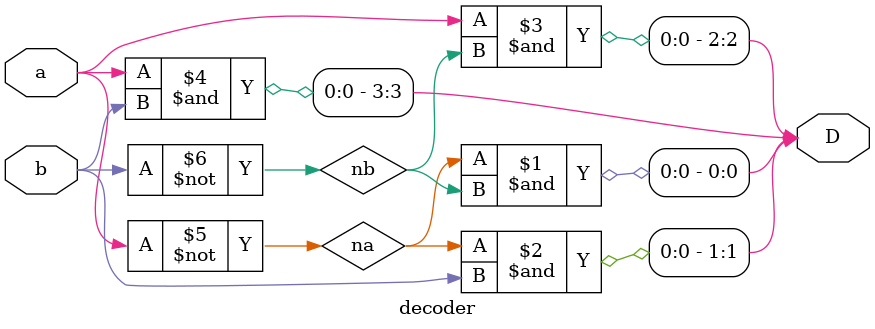
<source format=v>
module decoder(a,b,D);

input a,b;
output [3:0] D;
wire na,nb;       //We use wires for connecting outputs to inputs in a combinational circuit

not (na,a);
not (nb,b);
and (D[0],na,nb);
and (D[1],na,b);
and (D[2],a,nb);
and (D[3],a,b);

endmodule
</source>
